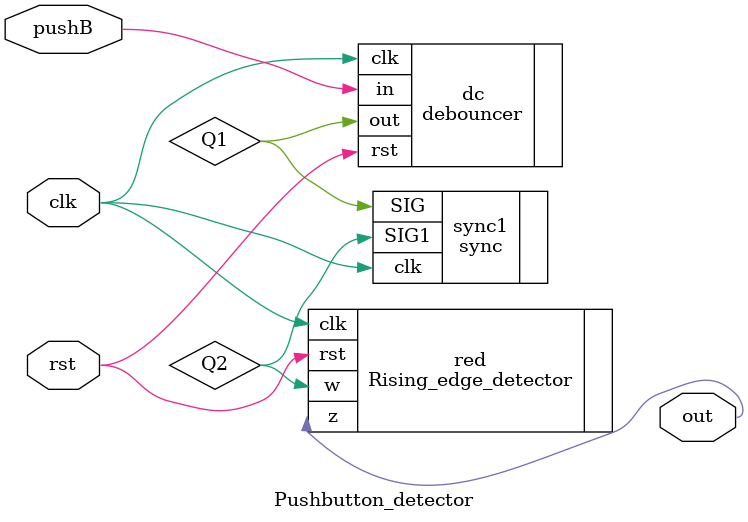
<source format=v>
`timescale 1ns / 1ps


module Pushbutton_detector(input clk,input pushB, input rst,output out );
wire clk_out;
wire Q1;
wire Q2; 
    debouncer dc(.clk(clk),.rst(rst),.in(pushB),.out(Q1));
    sync sync1(.clk(clk),.SIG(Q1), .SIG1(Q2));
    Rising_edge_detector red(.clk(clk),.rst(rst),.w(Q2),.z(out));
endmodule


</source>
